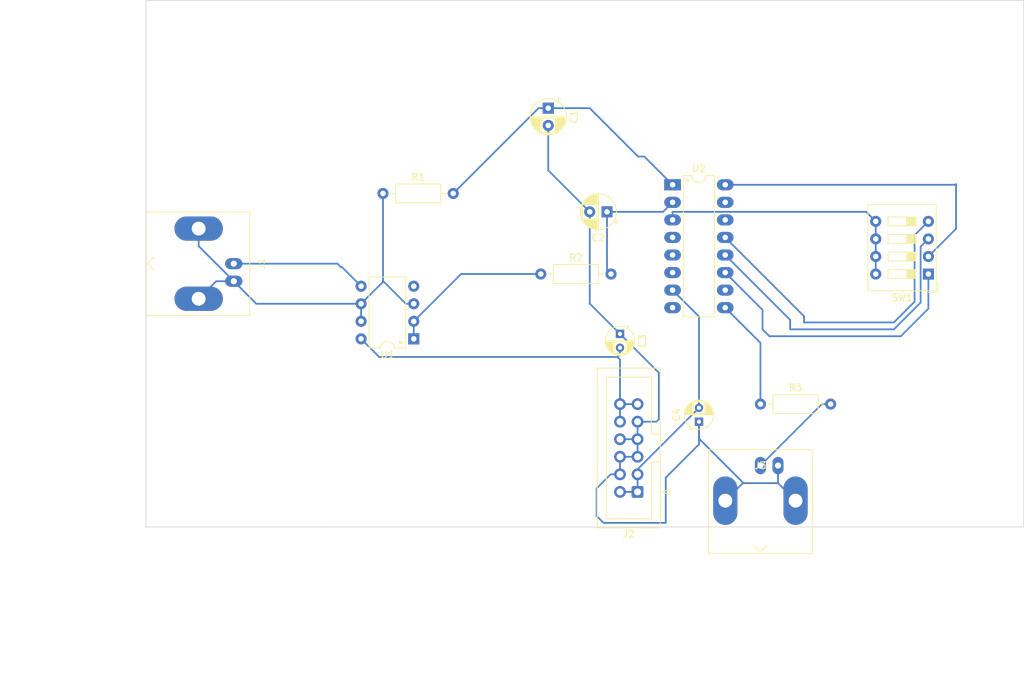
<source format=kicad_pcb>
(kicad_pcb (version 20221018) (generator pcbnew)
  (layers (0 "F.Cu" jumper) (31 "B.Cu" signal) (34 "B.Paste" user) (35 "F.Paste" user) (36 "B.SilkS" user "B.Silkscreen") (37 "F.SilkS" user "F.Silkscreen") (38 "B.Mask" user) (39 "F.Mask" user) (44 "Edge.Cuts" user))
  (net 0 "")
  (net 1 "Net-(U2--)")
  (net 2 "Earth")
  (net 3 "Net-(U2-+)")
  (net 4 "VCC")
  (net 5 "VDD")
  (net 6 "Net-(J1-In)")
  (net 7 "Net-(J1-Ext)")
  (net 8 "Net-(J3-In)")
  (net 9 "Net-(U1A--)")
  (net 10 "Net-(R3-Pad1)")
  (net 12 "GNDREF")
  (net 14 "Net-(U2-RG)")
  (net 15 "Net-(U2-G=500)")
  (net 16 "Net-(U2-G=100)")
  (net 17 "Net-(U2-G=10)")
  (net 18 "Net-(U2-G=200)")
  (footprint "Resistor_THT:R_Axial_DIN0207_L6.3mm_D2.5mm_P10.16mm_Horizontal" (layer "F.Cu") (at 85.09 53.34)
    (fp_text reference "R1" (at 5.08 -2.37) (layer "F.SilkS"))
    (fp_text value "R")
    (pad "1" thru_hole circle (at 0 0) (size 1.6 1.6) (drill 0.8) (layers "*.Cu" "*.Mask") (net 7 "Net-(J1-Ext)"))
    (pad "2" thru_hole oval (at 10.16 0) (size 1.6 1.6) (drill 0.8) (layers "*.Cu" "*.Mask") (net 1 "Net-(U2--)"))
  )
  (footprint "Connector_Coaxial:BNC_Amphenol_B6252HB-NPP3G-50_Horizontal" (layer "F.Cu") (at 139.7 92.71 180)
    (fp_text reference "J3" (at 0 0) (layer "F.SilkS"))
    (fp_text value "Conn_Coaxial")
    (pad "1" thru_hole oval (at 0 0 180) (size 1.6 2.5) (drill 0.89) (layers "*.Cu" "*.Mask") (net 8 "Net-(J3-In)"))
    (pad "2" thru_hole oval (at -5.08 -5.08 180) (size 3.5 7) (drill 2.01) (layers "*.Cu" "*.Mask") (net 2 "Earth"))
    (pad "2" thru_hole oval (at -2.54 0 180) (size 1.6 2.5) (drill 0.89) (layers "*.Cu" "*.Mask") (net 2 "Earth"))
    (pad "2" thru_hole oval (at 5.08 -5.08 180) (size 3.5 7) (drill 2.01) (layers "*.Cu" "*.Mask") (net 2 "Earth"))
  )
  (footprint "Connector_IDC:IDC-Header_2x06_P2.54mm_Vertical" (layer "F.Cu") (at 121.92 96.52 180)
    (fp_text reference "J2" (at 1.27 -6.1) (layer "F.SilkS"))
    (fp_text value "Conn_02x06_Counter_Clockwise")
    (pad "1" thru_hole roundrect (at 0 0 180) (size 1.7 1.7) (drill 1) (layers "*.Cu" "*.Mask") (roundrect_rratio 0.147059) (net 5 "VDD"))
    (pad "2" thru_hole circle (at 2.54 0 180) (size 1.7 1.7) (drill 1) (layers "*.Cu" "*.Mask") (net 5 "VDD"))
    (pad "3" thru_hole circle (at 0 2.54 180) (size 1.7 1.7) (drill 1) (layers "*.Cu" "*.Mask") (net 5 "VDD"))
    (pad "4" thru_hole circle (at 2.54 2.54 180) (size 1.7 1.7) (drill 1) (layers "*.Cu" "*.Mask") (net 2 "Earth"))
    (pad "5" thru_hole circle (at 0 5.08 180) (size 1.7 1.7) (drill 1) (layers "*.Cu" "*.Mask") (net 2 "Earth"))
    (pad "6" thru_hole circle (at 2.54 5.08 180) (size 1.7 1.7) (drill 1) (layers "*.Cu" "*.Mask") (net 2 "Earth"))
    (pad "7" thru_hole circle (at 0 7.62 180) (size 1.7 1.7) (drill 1) (layers "*.Cu" "*.Mask") (net 2 "Earth"))
    (pad "8" thru_hole circle (at 2.54 7.62 180) (size 1.7 1.7) (drill 1) (layers "*.Cu" "*.Mask") (net 2 "Earth"))
    (pad "9" thru_hole circle (at 0 10.16 180) (size 1.7 1.7) (drill 1) (layers "*.Cu" "*.Mask") (net 2 "Earth"))
    (pad "10" thru_hole circle (at 2.54 10.16 180) (size 1.7 1.7) (drill 1) (layers "*.Cu" "*.Mask") (net 4 "VCC"))
    (pad "11" thru_hole circle (at 0 12.7 180) (size 1.7 1.7) (drill 1) (layers "*.Cu" "*.Mask") (net 4 "VCC"))
    (pad "12" thru_hole circle (at 2.54 12.7 180) (size 1.7 1.7) (drill 1) (layers "*.Cu" "*.Mask") (net 4 "VCC"))
  )
  (footprint "Capacitor_THT:CP_Radial_D4.0mm_P2.00mm" (layer "F.Cu") (at 119.38 73.66 -90)
    (fp_text reference "C3" (at 1 -3.25 90) (layer "F.SilkS"))
    (fp_text value "C")
    (pad "1" thru_hole rect (at 0 0 270) (size 1.2 1.2) (drill 0.6) (layers "*.Cu" "*.Mask") (net 2 "Earth"))
    (pad "2" thru_hole circle (at 2 0 270) (size 1.2 1.2) (drill 0.6) (layers "*.Cu" "*.Mask") (net 4 "VCC"))
  )
  (footprint "Capacitor_THT:CP_Radial_D5.0mm_P2.50mm" (layer "F.Cu") (at 109 41 -90)
    (fp_text reference "C1" (at 1.25 -3.75 90) (layer "F.SilkS"))
    (fp_text value "C")
    (pad "1" thru_hole rect (at 0 0 270) (size 1.6 1.6) (drill 0.8) (layers "*.Cu" "*.Mask") (net 1 "Net-(U2--)"))
    (pad "2" thru_hole circle (at 2.5 0 270) (size 1.6 1.6) (drill 0.8) (layers "*.Cu" "*.Mask") (net 2 "Earth"))
  )
  (footprint "Resistor_THT:R_Axial_DIN0207_L6.3mm_D2.5mm_P10.16mm_Horizontal" (layer "F.Cu") (at 139.7 83.82)
    (fp_text reference "R3" (at 5.08 -2.37) (layer "F.SilkS"))
    (fp_text value "R")
    (pad "1" thru_hole circle (at 0 0) (size 1.6 1.6) (drill 0.8) (layers "*.Cu" "*.Mask") (net 10 "Net-(R3-Pad1)"))
    (pad "2" thru_hole oval (at 10.16 0) (size 1.6 1.6) (drill 0.8) (layers "*.Cu" "*.Mask") (net 8 "Net-(J3-In)"))
  )
  (footprint "Connector_Coaxial:BNC_Amphenol_B6252HB-NPP3G-50_Horizontal" (layer "F.Cu") (at 63.5 63.5 90)
    (fp_text reference "J1" (at 0 4 90) (layer "F.SilkS"))
    (fp_text value "Conn_Coaxial")
    (pad "1" thru_hole oval (at 0 0 90) (size 1.6 2.5) (drill 0.89) (layers "*.Cu" "*.Mask") (net 6 "Net-(J1-In)"))
    (pad "2" thru_hole oval (at -5.08 -5.08 90) (size 3.5 7) (drill 2.01) (layers "*.Cu" "*.Mask") (net 7 "Net-(J1-Ext)"))
    (pad "2" thru_hole oval (at -2.54 0 90) (size 1.6 2.5) (drill 0.89) (layers "*.Cu" "*.Mask") (net 7 "Net-(J1-Ext)"))
    (pad "2" thru_hole oval (at 5.08 -5.08 90) (size 3.5 7) (drill 2.01) (layers "*.Cu" "*.Mask") (net 7 "Net-(J1-Ext)"))
  )
  (footprint "Capacitor_THT:CP_Radial_D4.0mm_P2.00mm" (layer "F.Cu") (at 130.81 86.36 90)
    (fp_text reference "C4" (at 1 -3.25 90) (layer "F.SilkS"))
    (fp_text value "C")
    (pad "1" thru_hole rect (at 0 0 90) (size 1.2 1.2) (drill 0.6) (layers "*.Cu" "*.Mask") (net 2 "Earth"))
    (pad "2" thru_hole circle (at 2 0 90) (size 1.2 1.2) (drill 0.6) (layers "*.Cu" "*.Mask") (net 5 "VDD"))
  )
  (footprint "Package_DIP_AKL:DIP-16_W7.62mm_LongPads" (layer "F.Cu") (at 126.985 52.085)
    (fp_text reference "U2" (at 3.81 -2.33) (layer "F.SilkS"))
    (fp_text value "INA110KP" hide)
    (pad "1" thru_hole rect (at 0 0) (size 2.4 1.6) (drill 0.8) (layers "*.Cu" "*.Mask") (net 1 "Net-(U2--)"))
    (pad "2" thru_hole oval (at 0 2.54) (size 2.4 1.6) (drill 0.8) (layers "*.Cu" "*.Mask") (net 3 "Net-(U2-+)"))
    (pad "3" thru_hole oval (at 0 5.08) (size 2.4 1.6) (drill 0.8) (layers "*.Cu" "*.Mask") (net 14 "Net-(U2-RG)"))
    (pad "4" thru_hole oval (at 0 7.62) (size 2.4 1.6) (drill 0.8) (layers "*.Cu" "*.Mask"))
    (pad "5" thru_hole oval (at 0 10.16) (size 2.4 1.6) (drill 0.8) (layers "*.Cu" "*.Mask"))
    (pad "6" thru_hole oval (at 0 12.7) (size 2.4 1.6) (drill 0.8) (layers "*.Cu" "*.Mask") (net 12 "GNDREF"))
    (pad "7" thru_hole oval (at 0 15.24) (size 2.4 1.6) (drill 0.8) (layers "*.Cu" "*.Mask") (net 5 "VDD"))
    (pad "8" thru_hole oval (at 0 17.78) (size 2.4 1.6) (drill 0.8) (layers "*.Cu" "*.Mask") (net 4 "VCC"))
    (pad "9" thru_hole oval (at 7.62 17.78) (size 2.4 1.6) (drill 0.8) (layers "*.Cu" "*.Mask") (net 10 "Net-(R3-Pad1)"))
    (pad "10" thru_hole oval (at 7.62 15.24) (size 2.4 1.6) (drill 0.8) (layers "*.Cu" "*.Mask"))
    (pad "11" thru_hole oval (at 7.62 12.7) (size 2.4 1.6) (drill 0.8) (layers "*.Cu" "*.Mask") (net 15 "Net-(U2-G=500)"))
    (pad "12" thru_hole oval (at 7.62 10.16) (size 2.4 1.6) (drill 0.8) (layers "*.Cu" "*.Mask") (net 16 "Net-(U2-G=100)"))
    (pad "13" thru_hole oval (at 7.62 7.62) (size 2.4 1.6) (drill 0.8) (layers "*.Cu" "*.Mask") (net 17 "Net-(U2-G=10)"))
    (pad "14" thru_hole oval (at 7.62 5.08) (size 2.4 1.6) (drill 0.8) (layers "*.Cu" "*.Mask"))
    (pad "15" thru_hole oval (at 7.62 2.54) (size 2.4 1.6) (drill 0.8) (layers "*.Cu" "*.Mask"))
    (pad "16" thru_hole oval (at 7.62 0) (size 2.4 1.6) (drill 0.8) (layers "*.Cu" "*.Mask") (net 18 "Net-(U2-G=200)"))
  )
  (footprint "Capacitor_THT:CP_Radial_D5.0mm_P2.50mm" (layer "F.Cu") (at 117.5 56 180)
    (fp_text reference "C2" (at 1.25 -3.75) (layer "F.SilkS"))
    (fp_text value "C")
    (pad "1" thru_hole rect (at 0 0 180) (size 1.6 1.6) (drill 0.8) (layers "*.Cu" "*.Mask") (net 3 "Net-(U2-+)"))
    (pad "2" thru_hole circle (at 2.5 0 180) (size 1.6 1.6) (drill 0.8) (layers "*.Cu" "*.Mask") (net 2 "Earth"))
  )
  (footprint "Package_DIP_AKL:DIP-8_W7.62mm" (layer "F.Cu") (at 89.54 74.38 180)
    (fp_text reference "U1" (at 3.81 -2.33) (layer "F.SilkS"))
    (fp_text value "TL072" hide)
    (pad "1" thru_hole rect (at 0 0 180) (size 1.6 1.6) (drill 0.8) (layers "*.Cu" "*.Mask") (net 9 "Net-(U1A--)"))
    (pad "2" thru_hole oval (at 0 2.54 180) (size 1.6 1.6) (drill 0.8) (layers "*.Cu" "*.Mask") (net 9 "Net-(U1A--)"))
    (pad "3" thru_hole oval (at 0 5.08 180) (size 1.6 1.6) (drill 0.8) (layers "*.Cu" "*.Mask") (net 7 "Net-(J1-Ext)"))
    (pad "4" thru_hole oval (at 0 7.62 180) (size 1.6 1.6) (drill 0.8) (layers "*.Cu" "*.Mask") (net 5 "VDD"))
    (pad "5" thru_hole oval (at 7.62 7.62 180) (size 1.6 1.6) (drill 0.8) (layers "*.Cu" "*.Mask") (net 6 "Net-(J1-In)"))
    (pad "6" thru_hole oval (at 7.62 5.08 180) (size 1.6 1.6) (drill 0.8) (layers "*.Cu" "*.Mask") (net 7 "Net-(J1-Ext)"))
    (pad "7" thru_hole oval (at 7.62 2.54 180) (size 1.6 1.6) (drill 0.8) (layers "*.Cu" "*.Mask") (net 7 "Net-(J1-Ext)"))
    (pad "8" thru_hole oval (at 7.62 0 180) (size 1.6 1.6) (drill 0.8) (layers "*.Cu" "*.Mask") (net 4 "VCC"))
  )
  (footprint "Button_Switch_THT:SW_DIP_SPSTx04_Slide_9.78x12.34mm_W7.62mm_P2.54mm" (layer "F.Cu") (at 164 65 180)
    (fp_text reference "SW1" (at 3.81 -3.42) (layer "F.SilkS"))
    (fp_text value "SW_DIP_x04")
    (pad "1" thru_hole rect (at 0 0 180) (size 1.6 1.6) (drill 0.8) (layers "*.Cu" "*.Mask") (net 15 "Net-(U2-G=500)"))
    (pad "2" thru_hole oval (at 0 2.54 180) (size 1.6 1.6) (drill 0.8) (layers "*.Cu" "*.Mask") (net 18 "Net-(U2-G=200)"))
    (pad "3" thru_hole oval (at 0 5.08 180) (size 1.6 1.6) (drill 0.8) (layers "*.Cu" "*.Mask") (net 16 "Net-(U2-G=100)"))
    (pad "4" thru_hole oval (at 0 7.62 180) (size 1.6 1.6) (drill 0.8) (layers "*.Cu" "*.Mask") (net 17 "Net-(U2-G=10)"))
    (pad "5" thru_hole oval (at 7.62 7.62 180) (size 1.6 1.6) (drill 0.8) (layers "*.Cu" "*.Mask") (net 14 "Net-(U2-RG)"))
    (pad "6" thru_hole oval (at 7.62 5.08 180) (size 1.6 1.6) (drill 0.8) (layers "*.Cu" "*.Mask") (net 14 "Net-(U2-RG)"))
    (pad "7" thru_hole oval (at 7.62 2.54 180) (size 1.6 1.6) (drill 0.8) (layers "*.Cu" "*.Mask") (net 14 "Net-(U2-RG)"))
    (pad "8" thru_hole oval (at 7.62 0 180) (size 1.6 1.6) (drill 0.8) (layers "*.Cu" "*.Mask") (net 14 "Net-(U2-RG)"))
  )
  (footprint "Resistor_THT:R_Axial_DIN0207_L6.3mm_D2.5mm_P10.16mm_Horizontal" (layer "F.Cu") (at 107.92 65)
    (fp_text reference "R2" (at 5.08 -2.37) (layer "F.SilkS"))
    (fp_text value "R")
    (pad "1" thru_hole circle (at 0 0) (size 1.6 1.6) (drill 0.8) (layers "*.Cu" "*.Mask") (net 9 "Net-(U1A--)"))
    (pad "2" thru_hole oval (at 10.16 0) (size 1.6 1.6) (drill 0.8) (layers "*.Cu" "*.Mask") (net 3 "Net-(U2-+)"))
  )
  (gr_rect (start 50.8 25.4) (end 177.8 25.4) (stroke (width 0.1)) (fill none) (layer "Edge.Cuts"))
  (gr_rect (start 177.8 25.4) (end 177.8 101.6) (stroke (width 0.1)) (fill none) (layer "Edge.Cuts"))
  (gr_rect (start 76.2 101.6) (end 177.8 101.6) (stroke (width 0.1)) (fill none) (layer "Edge.Cuts"))
  (gr_rect (start 50.8 101.6) (end 76.2 101.6) (stroke (width 0.1)) (fill none) (layer "Edge.Cuts"))
  (gr_rect (start 50.8 25.4) (end 50.8 101.6) (stroke (width 0.1)) (fill none) (layer "Edge.Cuts"))
  (segment (start 126.985 52.085) (end 122.9 48) (width 0.25) (layer "B.Cu") (net 1))
  (segment (start 115 41) (end 109 41) (width 0.25) (layer "B.Cu") (net 1))
  (segment (start 107.59 41) (end 95.25 53.34) (width 0.25) (layer "B.Cu") (net 1))
  (segment (start 122.9 48) (end 122 48) (width 0.25) (layer "B.Cu") (net 1))
  (segment (start 109 41) (end 107.59 41) (width 0.25) (layer "B.Cu") (net 1))
  (segment (start 122 48) (end 115 41) (width 0.25) (layer "B.Cu") (net 1))
  (segment (start 125 79.28) (end 125 86) (width 0.25) (layer "B.Cu") (net 2))
  (segment (start 116 100) (end 116 96) (width 0.25) (layer "B.Cu") (net 2))
  (segment (start 124.64 86.36) (end 121.92 86.36) (width 0.25) (layer "B.Cu") (net 2))
  (segment (start 109 50) (end 115 56) (width 0.25) (layer "B.Cu") (net 2))
  (segment (start 130.81 88.81) (end 137.25 95.25) (width 0.25) (layer "B.Cu") (net 2))
  (segment (start 126 94.453174) (end 126 101) (width 0.25) (layer "B.Cu") (net 2))
  (segment (start 119.38 73.66) (end 125 79.28) (width 0.25) (layer "B.Cu") (net 2))
  (segment (start 121.92 86.36) (end 121.92 88.9) (width 0.25) (layer "B.Cu") (net 2))
  (segment (start 134.62 97.79) (end 137.16 95.25) (width 0.25) (layer "B.Cu") (net 2))
  (segment (start 115 56) (end 115 69.28) (width 0.25) (layer "B.Cu") (net 2))
  (segment (start 109 43.5) (end 109 50) (width 0.25) (layer "B.Cu") (net 2))
  (segment (start 121.92 88.9) (end 119.38 88.9) (width 0.25) (layer "B.Cu") (net 2))
  (segment (start 144.78 97.79) (end 142.24 95.25) (width 0.25) (layer "B.Cu") (net 2))
  (segment (start 142.24 95.25) (end 142.24 92.71) (width 0.25) (layer "B.Cu") (net 2))
  (segment (start 137.25 95.25) (end 142.24 95.25) (width 0.25) (layer "B.Cu") (net 2))
  (segment (start 126 101) (end 117 101) (width 0.25) (layer "B.Cu") (net 2))
  (segment (start 121.92 91.44) (end 119.38 91.44) (width 0.25) (layer "B.Cu") (net 2))
  (segment (start 121.92 88.9) (end 121.92 91.44) (width 0.25) (layer "B.Cu") (net 2))
  (segment (start 117 101) (end 116 100) (width 0.25) (layer "B.Cu") (net 2))
  (segment (start 130.81 86.36) (end 130.81 89.643174) (width 0.25) (layer "B.Cu") (net 2))
  (segment (start 137.16 95.25) (end 137.25 95.25) (width 0.25) (layer "B.Cu") (net 2))
  (segment (start 118.02 93.98) (end 116 96) (width 0.25) (layer "B.Cu") (net 2))
  (segment (start 115 69.28) (end 119.38 73.66) (width 0.25) (layer "B.Cu") (net 2))
  (segment (start 119.38 91.44) (end 119.38 93.98) (width 0.25) (layer "B.Cu") (net 2))
  (segment (start 130.81 86.36) (end 130.81 88.81) (width 0.25) (layer "B.Cu") (net 2))
  (segment (start 119.38 93.98) (end 118.02 93.98) (width 0.25) (layer "B.Cu") (net 2))
  (segment (start 125 86) (end 124.64 86.36) (width 0.25) (layer "B.Cu") (net 2))
  (segment (start 130.81 89.643174) (end 126 94.453174) (width 0.25) (layer "B.Cu") (net 2))
  (segment (start 117.5 56) (end 125.61 56) (width 0.25) (layer "B.Cu") (net 3))
  (segment (start 117.5 56) (end 117.5 64.42) (width 0.25) (layer "B.Cu") (net 3))
  (segment (start 117.5 64.42) (end 118.08 65) (width 0.25) (layer "B.Cu") (net 3))
  (segment (start 125.61 56) (end 126.985 54.625) (width 0.25) (layer "B.Cu") (net 3))
  (segment (start 119.38 83.82) (end 119.38 86.36) (width 0.25) (layer "B.Cu") (net 4))
  (segment (start 81.92 74.38) (end 84.54 77) (width 0.25) (layer "B.Cu") (net 4))
  (segment (start 119.38 83.82) (end 121.92 83.82) (width 0.25) (layer "B.Cu") (net 4))
  (segment (start 119.38 77.38) (end 119.38 83.82) (width 0.25) (layer "B.Cu") (net 4))
  (segment (start 84.54 77) (end 119 77) (width 0.25) (layer "B.Cu") (net 4))
  (segment (start 119.38 76.62) (end 119.38 75.66) (width 0.25) (layer "B.Cu") (net 4))
  (segment (start 121.92 83.82) (end 121.92 83.92) (width 0.25) (layer "B.Cu") (net 4))
  (segment (start 119 77) (end 119.38 76.62) (width 0.25) (layer "B.Cu") (net 4))
  (segment (start 121.92 83.92) (end 122 84) (width 0.25) (layer "B.Cu") (net 4))
  (segment (start 119 77) (end 119.38 77.38) (width 0.25) (layer "B.Cu") (net 4))
  (segment (start 121.92 93.98) (end 121.92 96.52) (width 0.25) (layer "B.Cu") (net 5))
  (segment (start 130.81 71.15) (end 126.985 67.325) (width 0.25) (layer "B.Cu") (net 5))
  (segment (start 130.81 84.36) (end 130.81 71.15) (width 0.25) (layer "B.Cu") (net 5))
  (segment (start 130.81 84.36) (end 121.92 93.25) (width 0.25) (layer "B.Cu") (net 5))
  (segment (start 121.92 96.52) (end 119.38 96.52) (width 0.25) (layer "B.Cu") (net 5))
  (segment (start 79 64) (end 78.5 63.5) (width 0.25) (layer "B.Cu") (net 6))
  (segment (start 81.92 66.76) (end 79.16 64) (width 0.25) (layer "B.Cu") (net 6))
  (segment (start 78.5 63.5) (end 63.5 63.5) (width 0.25) (layer "B.Cu") (net 6))
  (segment (start 79.16 64) (end 79 64) (width 0.25) (layer "B.Cu") (net 6))
  (segment (start 63.5 66.04) (end 58.42 60.96) (width 0.25) (layer "B.Cu") (net 7))
  (segment (start 85.09 66.13) (end 81.92 69.3) (width 0.25) (layer "B.Cu") (net 7))
  (segment (start 81.92 69.3) (end 66.76 69.3) (width 0.25) (layer "B.Cu") (net 7))
  (segment (start 88.39 69.3) (end 89.54 69.3) (width 0.25) (layer "B.Cu") (net 7))
  (segment (start 85.09 53.34) (end 85.09 66) (width 0.25) (layer "B.Cu") (net 7))
  (segment (start 85.09 66) (end 88.39 69.3) (width 0.25) (layer "B.Cu") (net 7))
  (segment (start 60.96 66.04) (end 58.42 68.58) (width 0.25) (layer "B.Cu") (net 7))
  (segment (start 66.76 69.3) (end 63.5 66.04) (width 0.25) (layer "B.Cu") (net 7))
  (segment (start 58.42 60.96) (end 58.42 58.42) (width 0.25) (layer "B.Cu") (net 7))
  (segment (start 63.5 66.04) (end 60.96 66.04) (width 0.25) (layer "B.Cu") (net 7))
  (segment (start 85.09 66) (end 85.09 66.13) (width 0.25) (layer "B.Cu") (net 7))
  (segment (start 81.92 69.3) (end 81.92 71.84) (width 0.25) (layer "B.Cu") (net 7))
  (segment (start 139.7 92.71) (end 148.59 83.82) (width 0.25) (layer "B.Cu") (net 8))
  (segment (start 148.59 83.82) (end 149.86 83.82) (width 0.25) (layer "B.Cu") (net 8))
  (segment (start 96.38 65) (end 89.54 71.84) (width 0.25) (layer "B.Cu") (net 9))
  (segment (start 107.92 65) (end 96.38 65) (width 0.25) (layer "B.Cu") (net 9))
  (segment (start 89.54 71.84) (end 89.54 74.38) (width 0.25) (layer "B.Cu") (net 9))
  (segment (start 139.7 74.96) (end 134.605 69.865) (width 0.25) (layer "B.Cu") (net 10))
  (segment (start 139.7 83.82) (end 139.7 74.96) (width 0.25) (layer "B.Cu") (net 10))
  (segment (start 156.38 62.46) (end 156.38 65) (width 0.25) (layer "B.Cu") (net 14))
  (segment (start 156.38 59.92) (end 156.38 62.46) (width 0.25) (layer "B.Cu") (net 14))
  (segment (start 155 56) (end 127 56) (width 0.25) (layer "B.Cu") (net 14))
  (segment (start 156.38 57.38) (end 155 56) (width 0.25) (layer "B.Cu") (net 14))
  (segment (start 127 56) (end 126.985 56.015) (width 0.25) (layer "B.Cu") (net 14))
  (segment (start 126.985 56.015) (end 126.985 57.165) (width 0.25) (layer "B.Cu") (net 14))
  (segment (start 156.38 57.38) (end 156.38 59.92) (width 0.25) (layer "B.Cu") (net 14))
  (segment (start 164 70) (end 160 74) (width 0.25) (layer "B.Cu") (net 15))
  (segment (start 160 74) (end 141 74) (width 0.25) (layer "B.Cu") (net 15))
  (segment (start 140 73) (end 140 70.18) (width 0.25) (layer "B.Cu") (net 15))
  (segment (start 140 70.18) (end 134.605 64.785) (width 0.25) (layer "B.Cu") (net 15))
  (segment (start 141 74) (end 140 73) (width 0.25) (layer "B.Cu") (net 15))
  (segment (start 164 65) (end 164 70) (width 0.25) (layer "B.Cu") (net 15))
  (segment (start 162.875 69.125) (end 159 73) (width 0.25) (layer "B.Cu") (net 16))
  (segment (start 144 73) (end 144 71.64) (width 0.25) (layer "B.Cu") (net 16))
  (segment (start 159 73) (end 144 73) (width 0.25) (layer "B.Cu") (net 16))
  (segment (start 144 71.64) (end 134.605 62.245) (width 0.25) (layer "B.Cu") (net 16))
  (segment (start 162.875 61.045) (end 162.875 69.125) (width 0.25) (layer "B.Cu") (net 16))
  (segment (start 164 59.92) (end 162.875 61.045) (width 0.25) (layer "B.Cu") (net 16))
  (segment (start 146 72) (end 146 71.1) (width 0.25) (layer "B.Cu") (net 17))
  (segment (start 164 57.38) (end 162 59.38) (width 0.25) (layer "B.Cu") (net 17))
  (segment (start 146 71.1) (end 134.605 59.705) (width 0.25) (layer "B.Cu") (net 17))
  (segment (start 162 69) (end 159 72) (width 0.25) (layer "B.Cu") (net 17))
  (segment (start 159 72) (end 146 72) (width 0.25) (layer "B.Cu") (net 17))
  (segment (start 162 59.38) (end 162 69) (width 0.25) (layer "B.Cu") (net 17))
  (segment (start 168 52) (end 167.915 52.085) (width 0.25) (layer "B.Cu") (net 18))
  (segment (start 167.915 52.085) (end 134.605 52.085) (width 0.25) (layer "B.Cu") (net 18))
  (segment (start 168 52) (end 168 58.46) (width 0.25) (layer "B.Cu") (net 18))
  (segment (start 168 58.46) (end 164 62.46) (width 0.25) (layer "B.Cu") (net 18))
)
</source>
